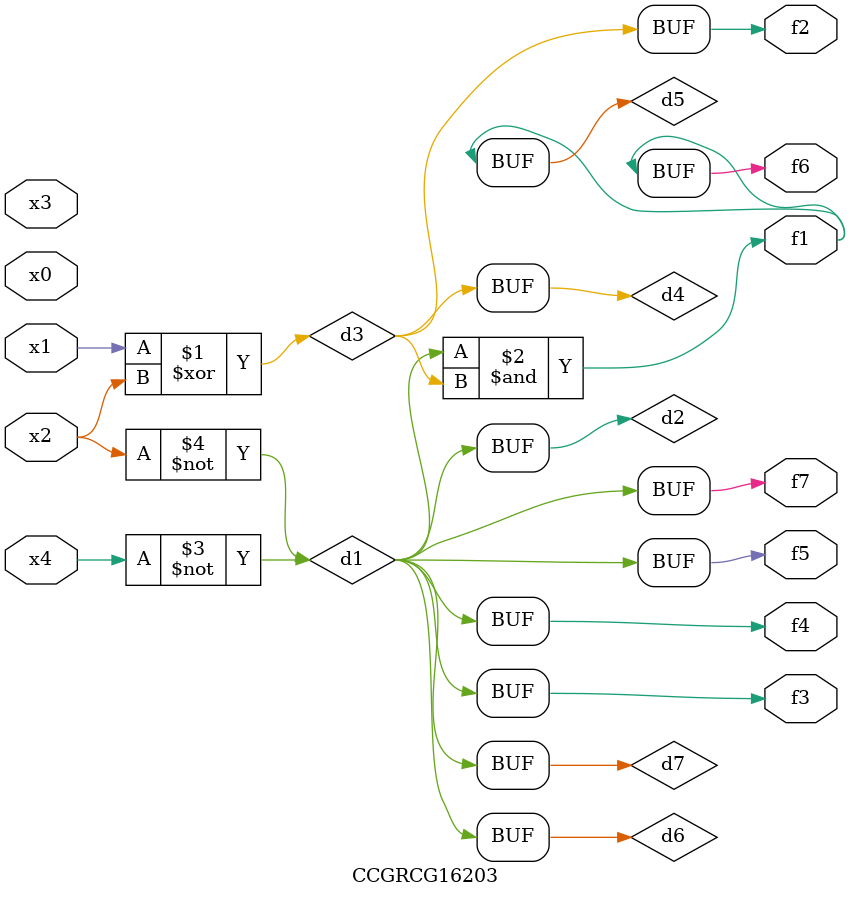
<source format=v>
module CCGRCG16203(
	input x0, x1, x2, x3, x4,
	output f1, f2, f3, f4, f5, f6, f7
);

	wire d1, d2, d3, d4, d5, d6, d7;

	not (d1, x4);
	not (d2, x2);
	xor (d3, x1, x2);
	buf (d4, d3);
	and (d5, d1, d3);
	buf (d6, d1, d2);
	buf (d7, d2);
	assign f1 = d5;
	assign f2 = d4;
	assign f3 = d7;
	assign f4 = d7;
	assign f5 = d7;
	assign f6 = d5;
	assign f7 = d7;
endmodule

</source>
